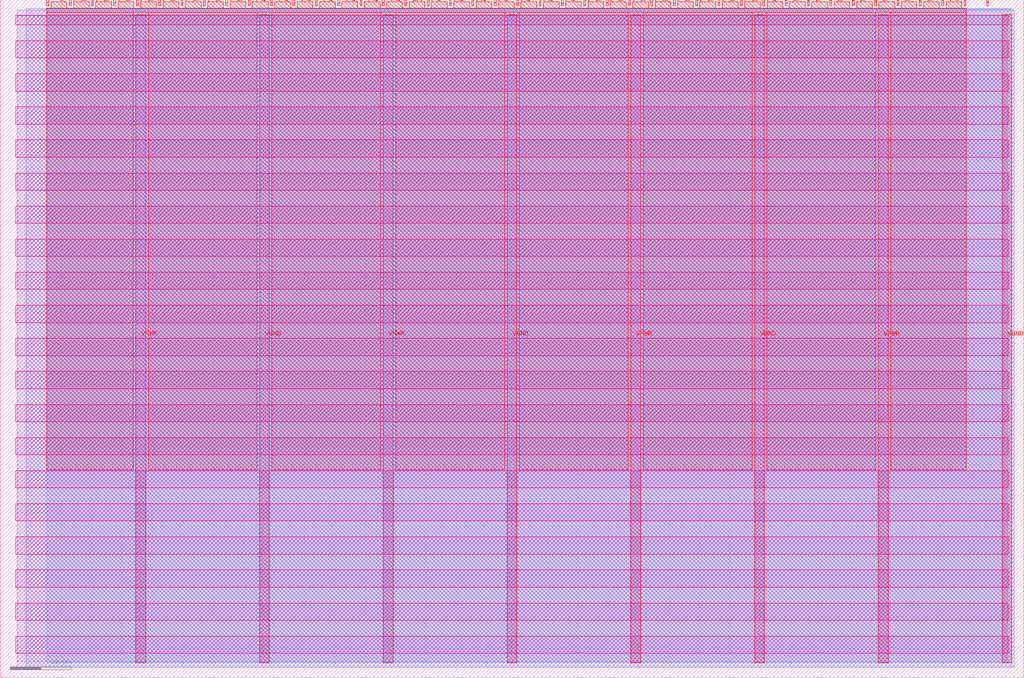
<source format=lef>
VERSION 5.7 ;
  NOWIREEXTENSIONATPIN ON ;
  DIVIDERCHAR "/" ;
  BUSBITCHARS "[]" ;
MACRO tt_um_urish_simon
  CLASS BLOCK ;
  FOREIGN tt_um_urish_simon ;
  ORIGIN 0.000 0.000 ;
  SIZE 168.360 BY 111.520 ;
  PIN VGND
    DIRECTION INOUT ;
    USE GROUND ;
    PORT
      LAYER met4 ;
        RECT 42.670 2.480 44.270 109.040 ;
    END
    PORT
      LAYER met4 ;
        RECT 83.380 2.480 84.980 109.040 ;
    END
    PORT
      LAYER met4 ;
        RECT 124.090 2.480 125.690 109.040 ;
    END
    PORT
      LAYER met4 ;
        RECT 164.800 2.480 166.400 109.040 ;
    END
  END VGND
  PIN VPWR
    DIRECTION INOUT ;
    USE POWER ;
    PORT
      LAYER met4 ;
        RECT 22.315 2.480 23.915 109.040 ;
    END
    PORT
      LAYER met4 ;
        RECT 63.025 2.480 64.625 109.040 ;
    END
    PORT
      LAYER met4 ;
        RECT 103.735 2.480 105.335 109.040 ;
    END
    PORT
      LAYER met4 ;
        RECT 144.445 2.480 146.045 109.040 ;
    END
  END VPWR
  PIN clk
    DIRECTION INPUT ;
    USE SIGNAL ;
    ANTENNAGATEAREA 0.852000 ;
    PORT
      LAYER met4 ;
        RECT 158.550 110.520 158.850 111.520 ;
    END
  END clk
  PIN ena
    DIRECTION INPUT ;
    USE SIGNAL ;
    PORT
      LAYER met4 ;
        RECT 162.230 110.520 162.530 111.520 ;
    END
  END ena
  PIN rst_n
    DIRECTION INPUT ;
    USE SIGNAL ;
    ANTENNAGATEAREA 0.213000 ;
    PORT
      LAYER met4 ;
        RECT 154.870 110.520 155.170 111.520 ;
    END
  END rst_n
  PIN ui_in[0]
    DIRECTION INPUT ;
    USE SIGNAL ;
    ANTENNAGATEAREA 0.196500 ;
    PORT
      LAYER met4 ;
        RECT 151.190 110.520 151.490 111.520 ;
    END
  END ui_in[0]
  PIN ui_in[1]
    DIRECTION INPUT ;
    USE SIGNAL ;
    ANTENNAGATEAREA 0.126000 ;
    PORT
      LAYER met4 ;
        RECT 147.510 110.520 147.810 111.520 ;
    END
  END ui_in[1]
  PIN ui_in[2]
    DIRECTION INPUT ;
    USE SIGNAL ;
    ANTENNAGATEAREA 0.196500 ;
    PORT
      LAYER met4 ;
        RECT 143.830 110.520 144.130 111.520 ;
    END
  END ui_in[2]
  PIN ui_in[3]
    DIRECTION INPUT ;
    USE SIGNAL ;
    ANTENNAGATEAREA 0.196500 ;
    PORT
      LAYER met4 ;
        RECT 140.150 110.520 140.450 111.520 ;
    END
  END ui_in[3]
  PIN ui_in[4]
    DIRECTION INPUT ;
    USE SIGNAL ;
    ANTENNAGATEAREA 0.213000 ;
    PORT
      LAYER met4 ;
        RECT 136.470 110.520 136.770 111.520 ;
    END
  END ui_in[4]
  PIN ui_in[5]
    DIRECTION INPUT ;
    USE SIGNAL ;
    PORT
      LAYER met4 ;
        RECT 132.790 110.520 133.090 111.520 ;
    END
  END ui_in[5]
  PIN ui_in[6]
    DIRECTION INPUT ;
    USE SIGNAL ;
    PORT
      LAYER met4 ;
        RECT 129.110 110.520 129.410 111.520 ;
    END
  END ui_in[6]
  PIN ui_in[7]
    DIRECTION INPUT ;
    USE SIGNAL ;
    PORT
      LAYER met4 ;
        RECT 125.430 110.520 125.730 111.520 ;
    END
  END ui_in[7]
  PIN uio_in[0]
    DIRECTION INPUT ;
    USE SIGNAL ;
    PORT
      LAYER met4 ;
        RECT 121.750 110.520 122.050 111.520 ;
    END
  END uio_in[0]
  PIN uio_in[1]
    DIRECTION INPUT ;
    USE SIGNAL ;
    PORT
      LAYER met4 ;
        RECT 118.070 110.520 118.370 111.520 ;
    END
  END uio_in[1]
  PIN uio_in[2]
    DIRECTION INPUT ;
    USE SIGNAL ;
    PORT
      LAYER met4 ;
        RECT 114.390 110.520 114.690 111.520 ;
    END
  END uio_in[2]
  PIN uio_in[3]
    DIRECTION INPUT ;
    USE SIGNAL ;
    PORT
      LAYER met4 ;
        RECT 110.710 110.520 111.010 111.520 ;
    END
  END uio_in[3]
  PIN uio_in[4]
    DIRECTION INPUT ;
    USE SIGNAL ;
    PORT
      LAYER met4 ;
        RECT 107.030 110.520 107.330 111.520 ;
    END
  END uio_in[4]
  PIN uio_in[5]
    DIRECTION INPUT ;
    USE SIGNAL ;
    PORT
      LAYER met4 ;
        RECT 103.350 110.520 103.650 111.520 ;
    END
  END uio_in[5]
  PIN uio_in[6]
    DIRECTION INPUT ;
    USE SIGNAL ;
    PORT
      LAYER met4 ;
        RECT 99.670 110.520 99.970 111.520 ;
    END
  END uio_in[6]
  PIN uio_in[7]
    DIRECTION INPUT ;
    USE SIGNAL ;
    PORT
      LAYER met4 ;
        RECT 95.990 110.520 96.290 111.520 ;
    END
  END uio_in[7]
  PIN uio_oe[0]
    DIRECTION OUTPUT TRISTATE ;
    USE SIGNAL ;
    PORT
      LAYER met4 ;
        RECT 33.430 110.520 33.730 111.520 ;
    END
  END uio_oe[0]
  PIN uio_oe[1]
    DIRECTION OUTPUT TRISTATE ;
    USE SIGNAL ;
    PORT
      LAYER met4 ;
        RECT 29.750 110.520 30.050 111.520 ;
    END
  END uio_oe[1]
  PIN uio_oe[2]
    DIRECTION OUTPUT TRISTATE ;
    USE SIGNAL ;
    PORT
      LAYER met4 ;
        RECT 26.070 110.520 26.370 111.520 ;
    END
  END uio_oe[2]
  PIN uio_oe[3]
    DIRECTION OUTPUT TRISTATE ;
    USE SIGNAL ;
    PORT
      LAYER met4 ;
        RECT 22.390 110.520 22.690 111.520 ;
    END
  END uio_oe[3]
  PIN uio_oe[4]
    DIRECTION OUTPUT TRISTATE ;
    USE SIGNAL ;
    PORT
      LAYER met4 ;
        RECT 18.710 110.520 19.010 111.520 ;
    END
  END uio_oe[4]
  PIN uio_oe[5]
    DIRECTION OUTPUT TRISTATE ;
    USE SIGNAL ;
    PORT
      LAYER met4 ;
        RECT 15.030 110.520 15.330 111.520 ;
    END
  END uio_oe[5]
  PIN uio_oe[6]
    DIRECTION OUTPUT TRISTATE ;
    USE SIGNAL ;
    PORT
      LAYER met4 ;
        RECT 11.350 110.520 11.650 111.520 ;
    END
  END uio_oe[6]
  PIN uio_oe[7]
    DIRECTION OUTPUT TRISTATE ;
    USE SIGNAL ;
    PORT
      LAYER met4 ;
        RECT 7.670 110.520 7.970 111.520 ;
    END
  END uio_oe[7]
  PIN uio_out[0]
    DIRECTION OUTPUT TRISTATE ;
    USE SIGNAL ;
    ANTENNADIFFAREA 0.445500 ;
    PORT
      LAYER met4 ;
        RECT 62.870 110.520 63.170 111.520 ;
    END
  END uio_out[0]
  PIN uio_out[1]
    DIRECTION OUTPUT TRISTATE ;
    USE SIGNAL ;
    ANTENNADIFFAREA 0.445500 ;
    PORT
      LAYER met4 ;
        RECT 59.190 110.520 59.490 111.520 ;
    END
  END uio_out[1]
  PIN uio_out[2]
    DIRECTION OUTPUT TRISTATE ;
    USE SIGNAL ;
    ANTENNADIFFAREA 0.445500 ;
    PORT
      LAYER met4 ;
        RECT 55.510 110.520 55.810 111.520 ;
    END
  END uio_out[2]
  PIN uio_out[3]
    DIRECTION OUTPUT TRISTATE ;
    USE SIGNAL ;
    ANTENNADIFFAREA 0.445500 ;
    PORT
      LAYER met4 ;
        RECT 51.830 110.520 52.130 111.520 ;
    END
  END uio_out[3]
  PIN uio_out[4]
    DIRECTION OUTPUT TRISTATE ;
    USE SIGNAL ;
    ANTENNADIFFAREA 0.445500 ;
    PORT
      LAYER met4 ;
        RECT 48.150 110.520 48.450 111.520 ;
    END
  END uio_out[4]
  PIN uio_out[5]
    DIRECTION OUTPUT TRISTATE ;
    USE SIGNAL ;
    ANTENNADIFFAREA 0.445500 ;
    PORT
      LAYER met4 ;
        RECT 44.470 110.520 44.770 111.520 ;
    END
  END uio_out[5]
  PIN uio_out[6]
    DIRECTION OUTPUT TRISTATE ;
    USE SIGNAL ;
    ANTENNADIFFAREA 0.445500 ;
    PORT
      LAYER met4 ;
        RECT 40.790 110.520 41.090 111.520 ;
    END
  END uio_out[6]
  PIN uio_out[7]
    DIRECTION OUTPUT TRISTATE ;
    USE SIGNAL ;
    PORT
      LAYER met4 ;
        RECT 37.110 110.520 37.410 111.520 ;
    END
  END uio_out[7]
  PIN uo_out[0]
    DIRECTION OUTPUT TRISTATE ;
    USE SIGNAL ;
    ANTENNAGATEAREA 0.247500 ;
    ANTENNADIFFAREA 0.891000 ;
    PORT
      LAYER met4 ;
        RECT 92.310 110.520 92.610 111.520 ;
    END
  END uo_out[0]
  PIN uo_out[1]
    DIRECTION OUTPUT TRISTATE ;
    USE SIGNAL ;
    ANTENNAGATEAREA 0.126000 ;
    ANTENNADIFFAREA 0.445500 ;
    PORT
      LAYER met4 ;
        RECT 88.630 110.520 88.930 111.520 ;
    END
  END uo_out[1]
  PIN uo_out[2]
    DIRECTION OUTPUT TRISTATE ;
    USE SIGNAL ;
    ANTENNAGATEAREA 0.126000 ;
    ANTENNADIFFAREA 0.891000 ;
    PORT
      LAYER met4 ;
        RECT 84.950 110.520 85.250 111.520 ;
    END
  END uo_out[2]
  PIN uo_out[3]
    DIRECTION OUTPUT TRISTATE ;
    USE SIGNAL ;
    ANTENNAGATEAREA 0.126000 ;
    ANTENNADIFFAREA 0.445500 ;
    PORT
      LAYER met4 ;
        RECT 81.270 110.520 81.570 111.520 ;
    END
  END uo_out[3]
  PIN uo_out[4]
    DIRECTION OUTPUT TRISTATE ;
    USE SIGNAL ;
    ANTENNADIFFAREA 0.795200 ;
    PORT
      LAYER met4 ;
        RECT 77.590 110.520 77.890 111.520 ;
    END
  END uo_out[4]
  PIN uo_out[5]
    DIRECTION OUTPUT TRISTATE ;
    USE SIGNAL ;
    ANTENNADIFFAREA 0.445500 ;
    PORT
      LAYER met4 ;
        RECT 73.910 110.520 74.210 111.520 ;
    END
  END uo_out[5]
  PIN uo_out[6]
    DIRECTION OUTPUT TRISTATE ;
    USE SIGNAL ;
    ANTENNADIFFAREA 0.445500 ;
    PORT
      LAYER met4 ;
        RECT 70.230 110.520 70.530 111.520 ;
    END
  END uo_out[6]
  PIN uo_out[7]
    DIRECTION OUTPUT TRISTATE ;
    USE SIGNAL ;
    PORT
      LAYER met4 ;
        RECT 66.550 110.520 66.850 111.520 ;
    END
  END uo_out[7]
  OBS
      LAYER nwell ;
        RECT 2.570 107.385 165.790 108.990 ;
        RECT 2.570 101.945 165.790 104.775 ;
        RECT 2.570 96.505 165.790 99.335 ;
        RECT 2.570 91.065 165.790 93.895 ;
        RECT 2.570 85.625 165.790 88.455 ;
        RECT 2.570 80.185 165.790 83.015 ;
        RECT 2.570 74.745 165.790 77.575 ;
        RECT 2.570 69.305 165.790 72.135 ;
        RECT 2.570 63.865 165.790 66.695 ;
        RECT 2.570 58.425 165.790 61.255 ;
        RECT 2.570 52.985 165.790 55.815 ;
        RECT 2.570 47.545 165.790 50.375 ;
        RECT 2.570 42.105 165.790 44.935 ;
        RECT 2.570 36.665 165.790 39.495 ;
        RECT 2.570 31.225 165.790 34.055 ;
        RECT 2.570 25.785 165.790 28.615 ;
        RECT 2.570 20.345 165.790 23.175 ;
        RECT 2.570 14.905 165.790 17.735 ;
        RECT 2.570 9.465 165.790 12.295 ;
        RECT 2.570 4.025 165.790 6.855 ;
      LAYER li1 ;
        RECT 2.760 2.635 165.600 108.885 ;
      LAYER met1 ;
        RECT 2.760 1.740 166.820 109.780 ;
      LAYER met2 ;
        RECT 4.240 1.710 166.370 110.005 ;
      LAYER met3 ;
        RECT 7.630 2.555 166.390 109.985 ;
      LAYER met4 ;
        RECT 8.370 110.120 10.950 111.170 ;
        RECT 12.050 110.120 14.630 111.170 ;
        RECT 15.730 110.120 18.310 111.170 ;
        RECT 19.410 110.120 21.990 111.170 ;
        RECT 23.090 110.120 25.670 111.170 ;
        RECT 26.770 110.120 29.350 111.170 ;
        RECT 30.450 110.120 33.030 111.170 ;
        RECT 34.130 110.120 36.710 111.170 ;
        RECT 37.810 110.120 40.390 111.170 ;
        RECT 41.490 110.120 44.070 111.170 ;
        RECT 45.170 110.120 47.750 111.170 ;
        RECT 48.850 110.120 51.430 111.170 ;
        RECT 52.530 110.120 55.110 111.170 ;
        RECT 56.210 110.120 58.790 111.170 ;
        RECT 59.890 110.120 62.470 111.170 ;
        RECT 63.570 110.120 66.150 111.170 ;
        RECT 67.250 110.120 69.830 111.170 ;
        RECT 70.930 110.120 73.510 111.170 ;
        RECT 74.610 110.120 77.190 111.170 ;
        RECT 78.290 110.120 80.870 111.170 ;
        RECT 81.970 110.120 84.550 111.170 ;
        RECT 85.650 110.120 88.230 111.170 ;
        RECT 89.330 110.120 91.910 111.170 ;
        RECT 93.010 110.120 95.590 111.170 ;
        RECT 96.690 110.120 99.270 111.170 ;
        RECT 100.370 110.120 102.950 111.170 ;
        RECT 104.050 110.120 106.630 111.170 ;
        RECT 107.730 110.120 110.310 111.170 ;
        RECT 111.410 110.120 113.990 111.170 ;
        RECT 115.090 110.120 117.670 111.170 ;
        RECT 118.770 110.120 121.350 111.170 ;
        RECT 122.450 110.120 125.030 111.170 ;
        RECT 126.130 110.120 128.710 111.170 ;
        RECT 129.810 110.120 132.390 111.170 ;
        RECT 133.490 110.120 136.070 111.170 ;
        RECT 137.170 110.120 139.750 111.170 ;
        RECT 140.850 110.120 143.430 111.170 ;
        RECT 144.530 110.120 147.110 111.170 ;
        RECT 148.210 110.120 150.790 111.170 ;
        RECT 151.890 110.120 154.470 111.170 ;
        RECT 155.570 110.120 158.150 111.170 ;
        RECT 7.655 109.440 158.865 110.120 ;
        RECT 7.655 34.175 21.915 109.440 ;
        RECT 24.315 34.175 42.270 109.440 ;
        RECT 44.670 34.175 62.625 109.440 ;
        RECT 65.025 34.175 82.980 109.440 ;
        RECT 85.380 34.175 103.335 109.440 ;
        RECT 105.735 34.175 123.690 109.440 ;
        RECT 126.090 34.175 144.045 109.440 ;
        RECT 146.445 34.175 158.865 109.440 ;
  END
END tt_um_urish_simon
END LIBRARY


</source>
